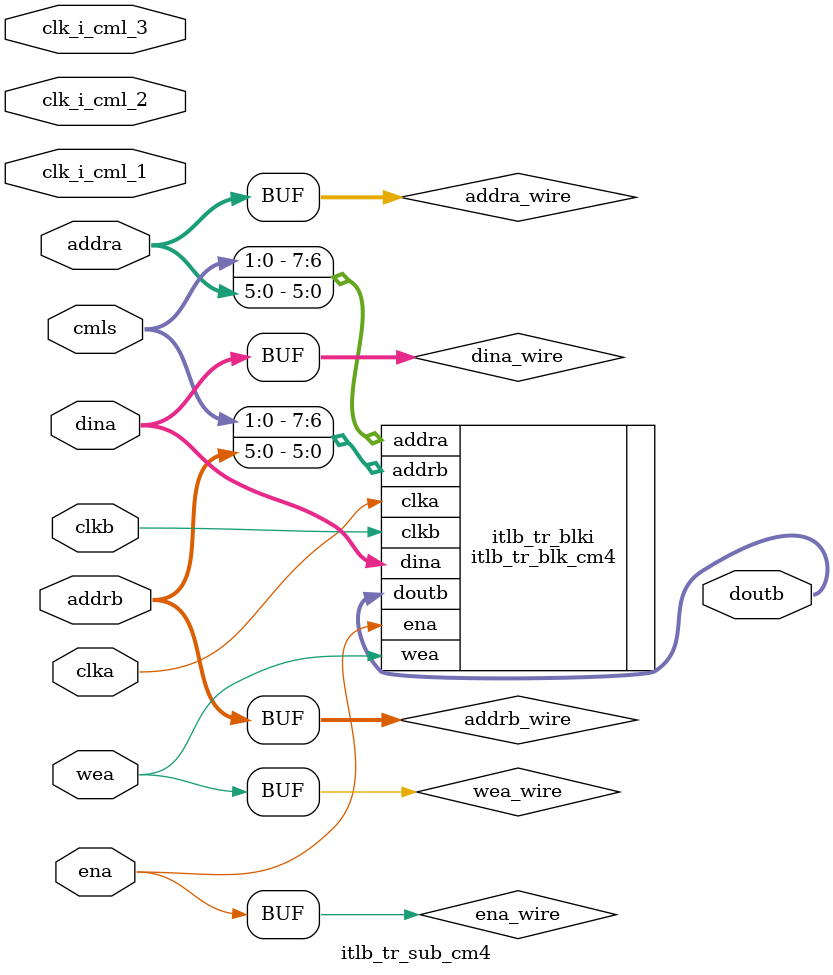
<source format=v>

/*******************************************************************************
*     This file is owned and controlled by Xilinx and must be used             *
*     solely for design, simulation, implementation and creation of            *
*     design files limited to Xilinx devices or technologies. Use              *
*     with non-Xilinx devices or technologies is expressly prohibited          *
*     and immediately terminates your license.                                 *
*                                                                              *
*     XILINX IS PROVIDING THIS DESIGN, CODE, OR INFORMATION "AS IS"            *
*     SOLELY FOR USE IN DEVELOPING PROGRAMS AND SOLUTIONS FOR                  *
*     XILINX DEVICES.  BY PROVIDING THIS DESIGN, CODE, OR INFORMATION          *
*     AS ONE POSSIBLE IMPLEMENTATION OF THIS FEATURE, APPLICATION              *
*     OR STANDARD, XILINX IS MAKING NO REPRESENTATION THAT THIS                *
*     IMPLEMENTATION IS FREE FROM ANY CLAIMS OF INFRINGEMENT,                  *
*     AND YOU ARE RESPONSIBLE FOR OBTAINING ANY RIGHTS YOU MAY REQUIRE         *
*     FOR YOUR IMPLEMENTATION.  XILINX EXPRESSLY DISCLAIMS ANY                 *
*     WARRANTY WHATSOEVER WITH RESPECT TO THE ADEQUACY OF THE                  *
*     IMPLEMENTATION, INCLUDING BUT NOT LIMITED TO ANY WARRANTIES OR           *
*     REPRESENTATIONS THAT THIS IMPLEMENTATION IS FREE FROM CLAIMS OF          *
*     INFRINGEMENT, IMPLIED WARRANTIES OF MERCHANTABILITY AND FITNESS          *
*     FOR A PARTICULAR PURPOSE.                                                *
*                                                                              *
*     Xilinx products are not intended for use in life support                 *
*     appliances, devices, or systems. Use in such applications are            *
*     expressly prohibited.                                                    *
*                                                                              *
*     (c) Copyright 1995-2009 Xilinx, Inc.                                     *
*     All rights reserved.                                                     *
*******************************************************************************/
// The synthesis directives "translate_off/translate_on" specified below are
// supported by Xilinx, Mentor Graphics and Synplicity synthesis
// tools. Ensure they are correct for your synthesis tool(s).

// You must compile the wrapper file itlb_tr_blk.v when simulating
// the core, itlb_tr_blk. When compiling the wrapper file, be sure to
// reference the XilinxCoreLib Verilog simulation library. For detailed
// instructions, please refer to the "CORE Generator Help".

`timescale 1ns/1ps

module itlb_tr_sub_cm4(
		clk_i_cml_1,
		clk_i_cml_2,
		clk_i_cml_3,
		cmls,
		
	clka,
	ena,
	wea,
	addra,
	dina,
	clkb,
	addrb,
	doutb);


input clk_i_cml_1;
input clk_i_cml_2;
input clk_i_cml_3;
input [1:0] cmls;




input clka;
input ena;
input [0 : 0] wea;
input [5 : 0] addra;
input [21 : 0] dina;
input clkb;
input [5 : 0] addrb;
output [21 : 0] doutb;

wire ena_wire;
wire [0 : 0] wea_wire;
wire [5 : 0] addra_wire;
wire [21 : 0] dina_wire;
wire [5 : 0] addrb_wire;

assign ena_wire = ena;
assign wea_wire = wea;
assign addra_wire = addra;
assign dina_wire = dina;
assign addrb_wire = addrb;

itlb_tr_blk_cm4 itlb_tr_blki(
	.clka(clka),
	.ena(ena_wire),
	.wea(wea_wire),
	.addra({cmls, addra_wire}),
	.dina(dina_wire),
	.clkb(clkb),
	.addrb({cmls, addrb_wire}),
	.doutb(doutb));

endmodule



</source>
